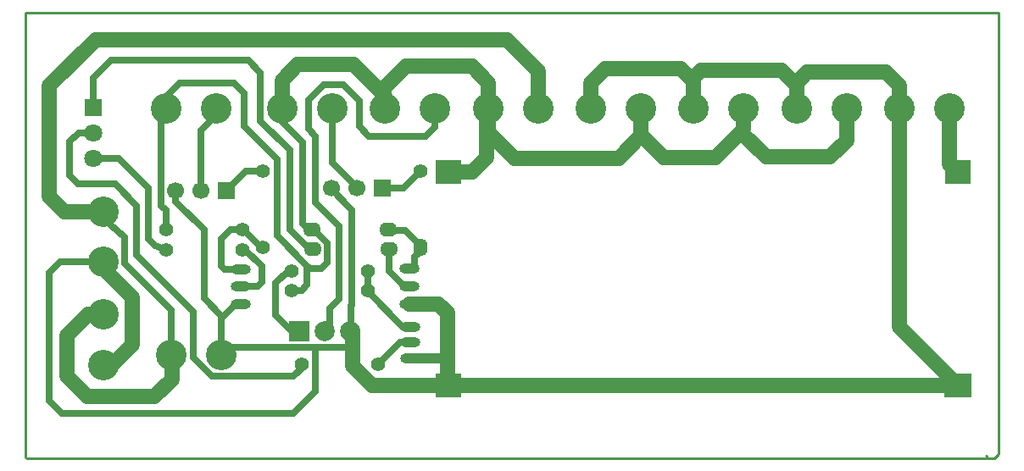
<source format=gbl>
%FSTAX23Y23*%
%MOIN*%
%SFA1B1*%

%IPPOS*%
%ADD12C,0.010000*%
%ADD32R,0.100000X0.092000*%
%ADD33R,0.106000X0.092000*%
%ADD34C,0.120000*%
%ADD35C,0.055118*%
%ADD36C,0.078740*%
%ADD37R,0.078740X0.078740*%
%ADD38O,0.078740X0.039370*%
%ADD39O,0.078740X0.039370*%
%ADD40C,0.070866*%
%ADD41R,0.070866X0.070866*%
%ADD42O,0.070866X0.055118*%
%ADD43O,0.055118X0.070866*%
%ADD44C,0.066929*%
%ADD45R,0.066929X0.066929*%
%ADD46C,0.027559*%
%ADD47C,0.059055*%
%ADD48C,0.039370*%
%ADD49C,0.060000*%
%LNpcb1-1*%
%LPD*%
G54D12*
X03766Y0285D02*
X0759D01*
X07591Y02849*
Y01111D02*
Y02849D01*
X07575Y01095D02*
X07591Y01111D01*
X03771Y01095D02*
X07575D01*
X03766Y011D02*
X03771Y01095D01*
X03766Y011D02*
Y0285D01*
X07541Y01106D02*
X07547Y011D01*
G54D32*
X07433Y02224D03*
X05427Y01383D03*
Y02224D03*
G54D33*
X07433Y01383D03*
G54D34*
X05376Y02472D03*
X05179D03*
X04971D03*
X04774D03*
X04515D03*
X04318D03*
X04071Y01661D03*
Y01464D03*
X04072Y0187D03*
Y02067D03*
X04535Y01502D03*
X04339D03*
X05989Y02472D03*
X06186D03*
X06393Y02471D03*
X0659D03*
X06798Y02472D03*
X06995D03*
X07203Y02473D03*
X074D03*
X05584Y02472D03*
X05781D03*
G54D35*
X04811Y01756D03*
X05111D03*
X04811Y01834D03*
X05111D03*
X05152Y01466D03*
X04852D03*
X05317Y02226D03*
X04317Y01997D03*
X04617D03*
X04699Y02227D03*
Y01927D03*
X04617Y01917D03*
X04317D03*
G54D36*
X05041Y01596D03*
X04941D03*
G54D37*
X04841Y01596D03*
G54D38*
X05279Y01614D03*
Y01488D03*
X05274Y01842D03*
Y01704D03*
X04613Y01838D03*
Y01704D03*
G54D39*
X05279Y01551D03*
X05274Y01773D03*
X04613Y01772D03*
G54D40*
X04032Y02377D03*
Y02277D03*
G54D41*
X04032Y02477D03*
G54D42*
X04893Y01997D03*
X05193D03*
X05194Y01918D03*
X04894D03*
G54D43*
X05317Y01926D03*
G54D44*
X04968Y0216D03*
X05068D03*
X04356Y0215D03*
X04456D03*
G54D45*
X05168Y0216D03*
X04556Y0215D03*
G54D46*
X05Y01723D02*
Y02008D01*
X04962Y01685D02*
X05Y01723D01*
X04962Y016D02*
Y01685D01*
X04117Y02176D02*
X04203Y0209D01*
Y01896D02*
Y0209D01*
Y01896D02*
X04425Y01674D01*
X04155Y01862D02*
Y01967D01*
X04072Y0204D02*
X04155Y01967D01*
X04072Y0204D02*
Y02067D01*
X05421Y01488D02*
X05425Y01485D01*
Y01385D02*
X05427Y01383D01*
X07426Y01382D02*
X07433D01*
X04961Y02161D02*
X0505Y02072D01*
X04535Y01531D02*
X04905D01*
X05249Y01614D02*
X05266D01*
X05111Y01752D02*
X05249Y01614D01*
X04694Y0179D02*
Y01852D01*
X04629Y01917D02*
X04694Y01852D01*
X04617Y01917D02*
X04629D01*
X04678Y01774D02*
X04694Y0179D01*
X04615Y01774D02*
X04678D01*
X04614Y01703D02*
X04615D01*
X04613Y01704D02*
X04614Y01703D01*
X0455Y01839D02*
X04596D01*
X04535Y01853D02*
X0455Y01839D01*
X03901Y0187D02*
X04072D01*
X03857Y01826D02*
X03901Y0187D01*
X03857Y01323D02*
Y01826D01*
X03972Y02176D02*
X04117D01*
X0394Y02208D02*
X03972Y02176D01*
X0394Y02208D02*
Y02341D01*
X03976Y02377D02*
X04032D01*
X0394Y02341D02*
X03976Y02377D01*
X04852Y0145D02*
Y01466D01*
X0482Y01418D02*
X04852Y0145D01*
X045Y01418D02*
X0482D01*
X05046Y016D02*
X05052D01*
X04905Y01531D02*
X05052D01*
X05046Y01696D02*
X0505Y017D01*
X05046Y016D02*
Y01696D01*
X04756Y01971D02*
X04873Y01854D01*
X04756Y01971D02*
Y02271D01*
X04805Y01995D02*
Y02308D01*
Y01995D02*
X04878Y01922D01*
Y01918D02*
Y01922D01*
Y01918D02*
X04894D01*
X04535Y01645D02*
Y01657D01*
X04467Y01726D02*
X04535Y01657D01*
X04467Y01726D02*
Y01995D01*
X04693Y01921D02*
X04699Y01927D01*
X04535Y01853D02*
Y0196D01*
Y01531D02*
Y01645D01*
Y01502D02*
Y01531D01*
Y01645D02*
X04596Y01706D01*
X04535Y0196D02*
X04572Y01997D01*
X04617*
X04613Y01772D02*
X04615Y01774D01*
X03907Y01273D02*
X04818D01*
X03857Y01323D02*
X03907Y01273D01*
X04818D02*
X04904Y01359D01*
X04877Y02392D02*
X04905Y02364D01*
Y02103D02*
Y02364D01*
Y02103D02*
X05Y02008D01*
X04625Y02402D02*
X04756Y02271D01*
X04625Y02402D02*
Y02533D01*
X0469Y02422D02*
X04805Y02308D01*
X04774Y02419D02*
X04856Y02338D01*
Y0202D02*
Y02338D01*
Y0202D02*
X04866Y0201D01*
X05251Y0216D02*
X05317Y02226D01*
X05168Y0216D02*
X05251D01*
X05193Y01997D02*
X05198Y01991D01*
X05259*
X05317Y01933*
Y01926D02*
Y01933D01*
Y0191D02*
Y01926D01*
X05295Y01889D02*
X05317Y0191D01*
X05295Y01847D02*
Y01889D01*
X0529Y01842D02*
X05295Y01847D01*
X05274Y01842D02*
X0529D01*
X05057Y02172D02*
X05061D01*
X04971Y02258D02*
X05057Y02172D01*
X04971Y02258D02*
Y02472D01*
X04952Y02161D02*
X04961D01*
X0505Y017D02*
Y02072D01*
X04586Y02572D02*
X04625Y02533D01*
X04371Y02572D02*
X04586D01*
X04318Y02519D02*
X04371Y02572D01*
X04318Y02472D02*
Y02519D01*
X04317Y01997D02*
Y02071D01*
X04298Y02089D02*
X04317Y02071D01*
X04298Y02089D02*
Y02427D01*
X04318Y02446D02*
Y02472D01*
X04298Y02427D02*
X04318Y02446D01*
X04515D02*
Y02472D01*
X04456Y02387D02*
X04515Y02446D01*
X04456Y0215D02*
Y02387D01*
X04873Y01778D02*
Y01854D01*
X0469Y02422D02*
Y02613D01*
X04641Y02663D02*
X0469Y02613D01*
X04102Y02663D02*
X04641D01*
X04032Y02593D02*
X04102Y02663D01*
X04032Y02477D02*
Y02593D01*
X05179Y02521D02*
Y02556D01*
X05578Y02466D02*
X05584Y02472D01*
X05376Y02398D02*
Y02472D01*
X0534Y02362D02*
X05376Y02398D01*
X05197Y02362D02*
X0534D01*
X05115Y02363D02*
X05197D01*
X05077Y02401D02*
X05115Y02363D01*
X05077Y02401D02*
Y02503D01*
X05197Y02362D02*
X05197Y02363D01*
X04774Y02419D02*
Y02472D01*
X04877Y02505D02*
X04937Y02566D01*
X04877Y02392D02*
Y02505D01*
X05014Y02566D02*
X05077Y02503D01*
X04937Y02566D02*
X05014D01*
X0475Y01787D02*
X04797Y01834D01*
X0475Y01658D02*
Y01787D01*
Y01658D02*
X04809Y016D01*
X04797Y01834D02*
X04811D01*
X04866Y0201D02*
X04879D01*
X04873Y01854D02*
X04884Y01843D01*
X0493*
X04953Y01866*
Y01944*
X049Y01997D02*
X04953Y01944D01*
X04893Y01997D02*
X049D01*
X04851Y01756D02*
X04873Y01778D01*
X04839Y01756D02*
X04851D01*
X04904Y0153D02*
X04905Y01531D01*
X04904Y01359D02*
Y0153D01*
X04356Y02106D02*
X04467Y01995D01*
X04356Y02106D02*
Y0215D01*
X04339Y01502D02*
X04341Y015D01*
X05179Y02472D02*
Y02521D01*
X04425Y01493D02*
Y01674D01*
Y01493D02*
X045Y01418D01*
X04032Y02277D02*
X04131D01*
X0425Y02158*
Y01958D02*
Y02158D01*
Y01958D02*
X04276Y01931D01*
X04317Y01917*
X05152Y01466D02*
X05237Y01551D01*
X05279*
X05111Y01756D02*
Y01834D01*
Y01752D02*
Y01756D01*
X05194Y01833D02*
Y01918D01*
Y01833D02*
X05254Y01773D01*
X05274*
X05193Y01997D02*
X05199D01*
X04693Y01927D02*
X04699D01*
X04623Y01997D02*
X04693Y01927D01*
X04617Y01997D02*
X04623D01*
X04809Y016D02*
X04862D01*
X04556Y0215D02*
X04633Y02227D01*
X04699*
X04155Y01862D02*
X04339Y01678D01*
Y01502D02*
Y01678D01*
G54D47*
X05425Y01485D02*
Y01669D01*
Y01385D02*
Y01485D01*
X05389Y01704D02*
X05425Y01669D01*
X05274Y01704D02*
X05389D01*
X05052Y01541D02*
Y016D01*
X0513Y01382D02*
X07426D01*
X05578Y0238D02*
Y02466D01*
X05162Y02539D02*
X05179Y02521D01*
X05052Y0146D02*
Y01531D01*
Y0146D02*
X0513Y01382D01*
X03918Y02067D02*
X04072D01*
X0386Y02126D02*
X03918Y02067D01*
X0386Y02126D02*
Y02561D01*
X04041Y02742*
X05584Y02472D02*
Y02574D01*
X05521Y02638D02*
X05584Y02574D01*
X05261Y02638D02*
X05521D01*
X05179Y02556D02*
X05261Y02638D01*
X05578Y02278D02*
Y0238D01*
X05523Y02223D02*
X05578Y02278D01*
X05427Y02223D02*
X05523D01*
X04835Y02645D02*
X05056D01*
X04774Y02584D02*
X04835Y02645D01*
X04774Y02472D02*
Y02584D01*
X05056Y02645D02*
X05162Y02539D01*
X05658Y02742D02*
X05781Y02618D01*
X04041Y02742D02*
X05658D01*
X05781Y02472D02*
Y02618D01*
X04273Y01338D02*
X04341Y01406D01*
X0401Y01338D02*
X04273D01*
X03929Y01419D02*
X0401Y01338D01*
X03929Y01578D02*
X04012Y01661D01*
X03929Y01419D02*
Y01578D01*
X04012Y01661D02*
X04071D01*
X04341Y01406D02*
Y015D01*
X04185Y01544D02*
Y01729D01*
X04105Y01464D02*
X04185Y01544D01*
X04071Y01464D02*
X04105D01*
X04072Y01843D02*
X04185Y01729D01*
X04072Y01843D02*
Y0187D01*
G54D48*
X05279Y01488D02*
X05421D01*
G54D49*
X07203Y02473D02*
Y02562D01*
X0715Y02616D02*
X07203Y02562D01*
X0684Y02616D02*
X0715D01*
X06798Y02562D02*
Y02574D01*
Y02472D02*
Y02562D01*
Y02574D02*
X0684Y02616D01*
X0674Y02621D02*
X06798Y02562D01*
X06421Y02621D02*
X0674D01*
X06393Y02578D02*
Y02593D01*
Y02471D02*
Y02578D01*
Y02593D02*
X06421Y02621D01*
X06343Y02629D02*
X06393Y02578D01*
X06045Y02629D02*
X06343D01*
X05989Y02573D02*
X06045Y02629D01*
X05989Y02472D02*
Y02573D01*
X06677Y02281D02*
X0693D01*
X06579Y02379D02*
X06677Y02281D01*
X06478Y02278D02*
X06579Y02379D01*
X06995Y02346D02*
Y02472D01*
X0693Y02281D02*
X06995Y02346D01*
X0659Y02393D02*
Y02471D01*
X06276Y02278D02*
X06478D01*
X06186Y02369D02*
X06276Y02278D01*
X06186Y02365D02*
Y02369D01*
Y02472*
X06097Y02276D02*
X06186Y02365D01*
X05689Y02276D02*
X06097D01*
X05584Y0238D02*
X05689Y02276D01*
X05584Y0238D02*
Y02472D01*
X07203Y01611D02*
Y02473D01*
Y01611D02*
X0741Y01405D01*
Y01398D02*
Y01405D01*
Y01398D02*
X07426Y01382D01*
X074Y02251D02*
Y02473D01*
Y02251D02*
X07429Y02223D01*
X07433*
M02*
</source>
